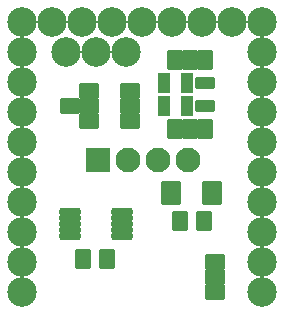
<source format=gbr>
G04 #@! TF.GenerationSoftware,KiCad,Pcbnew,6.0.4-1.fc34*
G04 #@! TF.CreationDate,2023-10-23T18:29:32+02:00*
G04 #@! TF.ProjectId,Microduino_ADC_DE,4d696372-6f64-4756-996e-6f5f4144435f,1.0*
G04 #@! TF.SameCoordinates,Original*
G04 #@! TF.FileFunction,Soldermask,Bot*
G04 #@! TF.FilePolarity,Negative*
%FSLAX46Y46*%
G04 Gerber Fmt 4.6, Leading zero omitted, Abs format (unit mm)*
G04 Created by KiCad (PCBNEW 6.0.4-1.fc34) date 2023-10-23 18:29:32*
%MOMM*%
%LPD*%
G01*
G04 APERTURE LIST*
G04 Aperture macros list*
%AMRoundRect*
0 Rectangle with rounded corners*
0 $1 Rounding radius*
0 $2 $3 $4 $5 $6 $7 $8 $9 X,Y pos of 4 corners*
0 Add a 4 corners polygon primitive as box body*
4,1,4,$2,$3,$4,$5,$6,$7,$8,$9,$2,$3,0*
0 Add four circle primitives for the rounded corners*
1,1,$1+$1,$2,$3*
1,1,$1+$1,$4,$5*
1,1,$1+$1,$6,$7*
1,1,$1+$1,$8,$9*
0 Add four rect primitives between the rounded corners*
20,1,$1+$1,$2,$3,$4,$5,0*
20,1,$1+$1,$4,$5,$6,$7,0*
20,1,$1+$1,$6,$7,$8,$9,0*
20,1,$1+$1,$8,$9,$2,$3,0*%
G04 Aperture macros list end*
%ADD10RoundRect,0.200000X-0.850000X-0.850000X0.850000X-0.850000X0.850000X0.850000X-0.850000X0.850000X0*%
%ADD11C,2.100000*%
%ADD12C,2.500000*%
%ADD13RoundRect,0.200000X0.635000X0.485000X-0.635000X0.485000X-0.635000X-0.485000X0.635000X-0.485000X0*%
%ADD14RoundRect,0.200000X-0.500000X-0.625000X0.500000X-0.625000X0.500000X0.625000X-0.500000X0.625000X0*%
%ADD15RoundRect,0.200000X0.500000X0.625000X-0.500000X0.625000X-0.500000X-0.625000X0.500000X-0.625000X0*%
%ADD16RoundRect,0.200000X0.650000X0.850000X-0.650000X0.850000X-0.650000X-0.850000X0.650000X-0.850000X0*%
%ADD17RoundRect,0.200000X-0.635000X-0.485000X0.635000X-0.485000X0.635000X0.485000X-0.635000X0.485000X0*%
%ADD18RoundRect,0.200000X0.485000X-0.635000X0.485000X0.635000X-0.485000X0.635000X-0.485000X-0.635000X0*%
%ADD19RoundRect,0.200000X-0.650000X0.350000X-0.650000X-0.350000X0.650000X-0.350000X0.650000X0.350000X0*%
%ADD20RoundRect,0.200000X0.350000X0.650000X-0.350000X0.650000X-0.350000X-0.650000X0.350000X-0.650000X0*%
%ADD21RoundRect,0.200000X0.700000X0.150000X-0.700000X0.150000X-0.700000X-0.150000X0.700000X-0.150000X0*%
G04 APERTURE END LIST*
D10*
X147711000Y-77025000D03*
D11*
X150251000Y-77025000D03*
X152791000Y-77025000D03*
X155331000Y-77025000D03*
D12*
X161581000Y-88165000D03*
X161581000Y-85625000D03*
X161581000Y-83085000D03*
X161581000Y-80545000D03*
X161581000Y-78005000D03*
X161581000Y-75465000D03*
X161581000Y-72925000D03*
X161581000Y-70385000D03*
X161581000Y-67845000D03*
X161581000Y-65305000D03*
X159041000Y-65305000D03*
X156501000Y-65305000D03*
X153961000Y-65305000D03*
X151421000Y-65305000D03*
X148881000Y-65305000D03*
X146341000Y-65305000D03*
X143801000Y-65305000D03*
X141261000Y-65305000D03*
X141261000Y-67845000D03*
X141261000Y-70385000D03*
X141261000Y-72925000D03*
X141261000Y-75465000D03*
X141261000Y-78005000D03*
X141261000Y-80545000D03*
X141261000Y-83085000D03*
X141261000Y-85625000D03*
X141261000Y-88165000D03*
D13*
X157611000Y-85630000D03*
X157611000Y-86900000D03*
X157611000Y-88170000D03*
D12*
X145061000Y-67875000D03*
X147601000Y-67875000D03*
X150141000Y-67875000D03*
D14*
X146461000Y-85375000D03*
X148461000Y-85375000D03*
D15*
X156686000Y-82150000D03*
X154686000Y-82150000D03*
D16*
X157386000Y-79800000D03*
X153886000Y-79800000D03*
D17*
X150436000Y-73670000D03*
X150436000Y-72400000D03*
X150436000Y-71130000D03*
X146936000Y-73695000D03*
X146936000Y-72425000D03*
X146936000Y-71155000D03*
X145386000Y-72425000D03*
D18*
X156756000Y-74400000D03*
X155486000Y-74400000D03*
X154216000Y-74400000D03*
X156756000Y-68575000D03*
X155486000Y-68575000D03*
X154216000Y-68575000D03*
D19*
X156761000Y-70525000D03*
X156761000Y-72425000D03*
D20*
X155236000Y-72450000D03*
X153336000Y-72450000D03*
X155236000Y-70525000D03*
X153336000Y-70525000D03*
D21*
X149761000Y-81450000D03*
X149761000Y-81950000D03*
X149761000Y-82450000D03*
X149761000Y-82950000D03*
X149761000Y-83450000D03*
X145361000Y-83450000D03*
X145361000Y-82950000D03*
X145361000Y-82450000D03*
X145361000Y-81950000D03*
X145361000Y-81450000D03*
M02*

</source>
